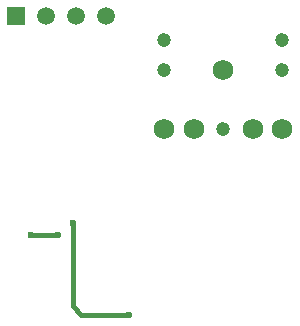
<source format=gbl>
G04*
G04 #@! TF.GenerationSoftware,Altium Limited,Altium Designer,22.4.2 (48)*
G04*
G04 Layer_Physical_Order=2*
G04 Layer_Color=16711680*
%FSLAX25Y25*%
%MOIN*%
G70*
G04*
G04 #@! TF.SameCoordinates,A7B2FA79-C280-4DBA-8CE8-1A1C5EA3F58B*
G04*
G04*
G04 #@! TF.FilePolarity,Positive*
G04*
G01*
G75*
%ADD27C,0.04700*%
%ADD31C,0.01575*%
%ADD32C,0.06900*%
%ADD33C,0.05937*%
%ADD34R,0.05937X0.05937*%
%ADD35C,0.02362*%
D27*
X-55118Y-20669D02*
D03*
X-15748D02*
D03*
X-55118Y-30512D02*
D03*
X-15748D02*
D03*
X-35433Y-50197D02*
D03*
D31*
X-82739Y-112205D02*
X-66929D01*
X-85630Y-109314D02*
X-82739Y-112205D01*
X-85630Y-109314D02*
Y-81693D01*
X-99409Y-85630D02*
X-90551D01*
D32*
X-35433Y-30512D02*
D03*
X-55118Y-50197D02*
D03*
X-45276D02*
D03*
X-25591D02*
D03*
X-15748D02*
D03*
D33*
X-84488Y-12795D02*
D03*
X-94488D02*
D03*
X-74488D02*
D03*
D34*
X-104488D02*
D03*
D35*
X-66929Y-112205D02*
D03*
X-85630Y-81693D02*
D03*
X-90551Y-85630D02*
D03*
X-99409D02*
D03*
M02*

</source>
